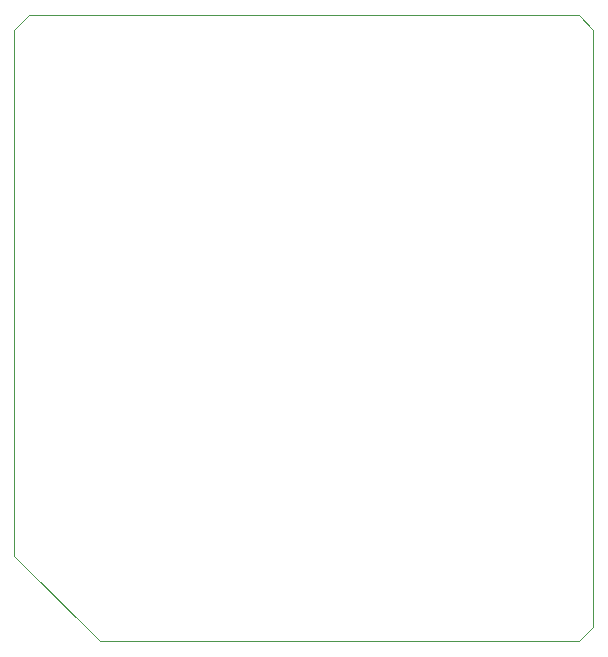
<source format=gbp>
G75*
%MOIN*%
%OFA0B0*%
%FSLAX25Y25*%
%IPPOS*%
%LPD*%
%AMOC8*
5,1,8,0,0,1.08239X$1,22.5*
%
%ADD10C,0.00004*%
D10*
X0008874Y0037220D02*
X0037220Y0008874D01*
X0197063Y0008874D01*
X0201787Y0013598D01*
X0201787Y0212811D01*
X0197063Y0217535D01*
X0013598Y0217535D01*
X0008874Y0212811D01*
X0008874Y0037220D01*
M02*

</source>
